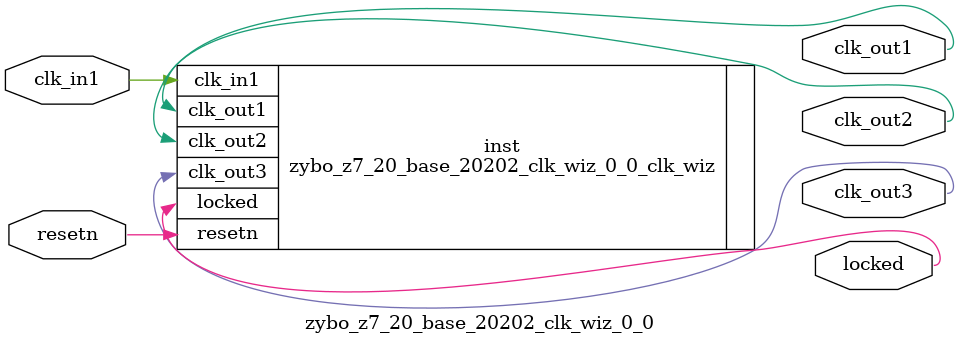
<source format=v>


`timescale 1ps/1ps

(* CORE_GENERATION_INFO = "zybo_z7_20_base_20202_clk_wiz_0_0,clk_wiz_v6_0_6_0_0,{component_name=zybo_z7_20_base_20202_clk_wiz_0_0,use_phase_alignment=true,use_min_o_jitter=false,use_max_i_jitter=false,use_dyn_phase_shift=false,use_inclk_switchover=false,use_dyn_reconfig=false,enable_axi=0,feedback_source=FDBK_AUTO,PRIMITIVE=MMCM,num_out_clk=3,clkin1_period=20.0,clkin2_period=10.0,use_power_down=false,use_reset=true,use_locked=true,use_inclk_stopped=false,feedback_type=SINGLE,CLOCK_MGR_TYPE=NA,manual_override=false}" *)

module zybo_z7_20_base_20202_clk_wiz_0_0 
 (
  // Clock out ports
  output        clk_out1,
  output        clk_out2,
  output        clk_out3,
  // Status and control signals
  input         resetn,
  output        locked,
 // Clock in ports
  input         clk_in1
 );

  zybo_z7_20_base_20202_clk_wiz_0_0_clk_wiz inst
  (
  // Clock out ports  
  .clk_out1(clk_out1),
  .clk_out2(clk_out2),
  .clk_out3(clk_out3),
  // Status and control signals               
  .resetn(resetn), 
  .locked(locked),
 // Clock in ports
  .clk_in1(clk_in1)
  );

endmodule

</source>
